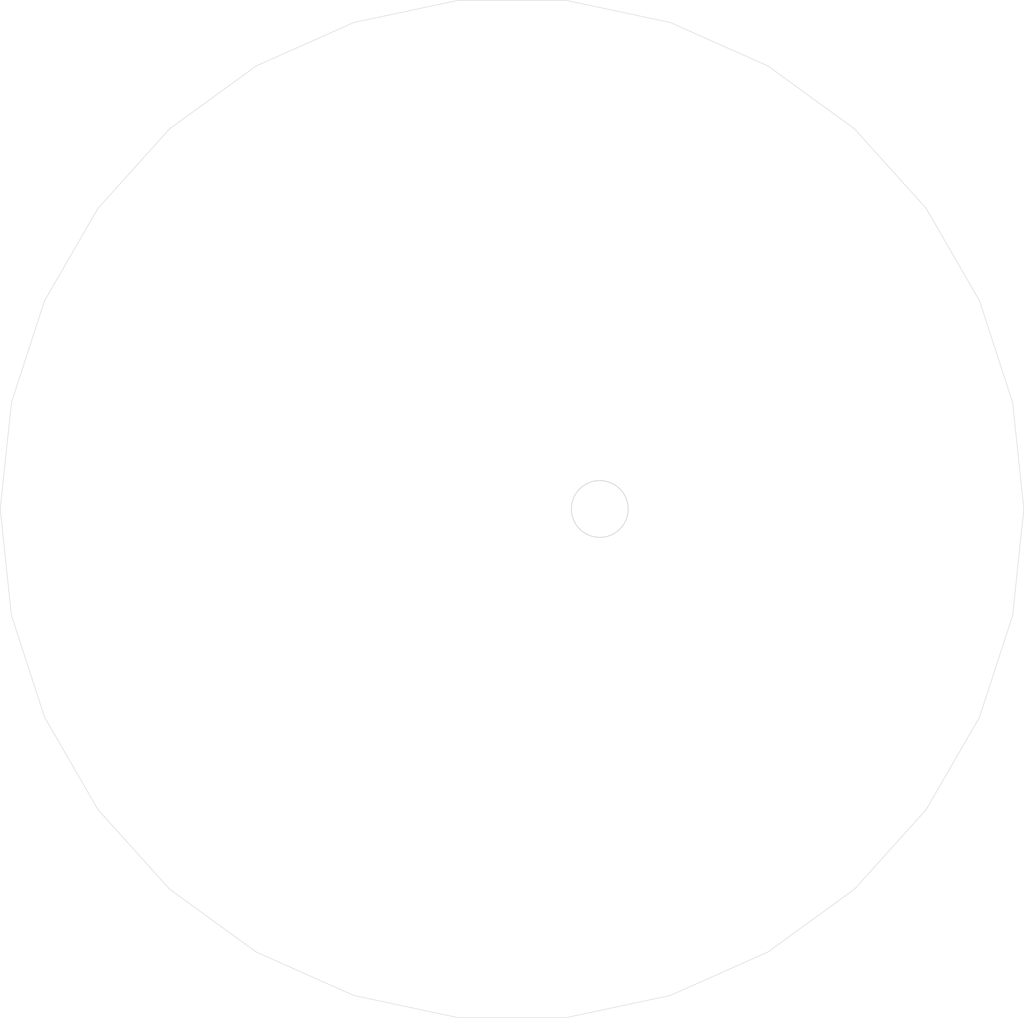
<source format=kicad_pcb>
(kicad_pcb (version 4) (host pcbnew 4.0.2-stable)

  (general
    (links 0)
    (no_connects 0)
    (area 44.968999 0.299999 255.069001 209.250001)
    (thickness 1.6)
    (drawings 313)
    (tracks 0)
    (zones 0)
    (modules 0)
    (nets 1)
  )

  (page A4)
  (layers
    (0 F.Cu signal)
    (31 B.Cu signal)
    (32 B.Adhes user)
    (33 F.Adhes user)
    (34 B.Paste user)
    (35 F.Paste user)
    (36 B.SilkS user)
    (37 F.SilkS user)
    (38 B.Mask user)
    (39 F.Mask user)
    (40 Dwgs.User user)
    (41 Cmts.User user)
    (42 Eco1.User user)
    (43 Eco2.User user)
    (44 Edge.Cuts user)
    (45 Margin user)
    (46 B.CrtYd user)
    (47 F.CrtYd user)
    (48 B.Fab user)
    (49 F.Fab user)
  )

  (setup
    (last_trace_width 0.25)
    (trace_clearance 0.2)
    (zone_clearance 0.508)
    (zone_45_only no)
    (trace_min 0.2)
    (segment_width 0.2)
    (edge_width 0.15)
    (via_size 0.6)
    (via_drill 0.4)
    (via_min_size 0.4)
    (via_min_drill 0.3)
    (uvia_size 0.3)
    (uvia_drill 0.1)
    (uvias_allowed no)
    (uvia_min_size 0.2)
    (uvia_min_drill 0.1)
    (pcb_text_width 0.3)
    (pcb_text_size 1.5 1.5)
    (mod_edge_width 0.15)
    (mod_text_size 1 1)
    (mod_text_width 0.15)
    (pad_size 1.524 1.524)
    (pad_drill 0.762)
    (pad_to_mask_clearance 0.2)
    (aux_axis_origin 0 0)
    (grid_origin 150.01875 104.775)
    (visible_elements FFFFFF7F)
    (pcbplotparams
      (layerselection 0x00030_80000001)
      (usegerberextensions false)
      (excludeedgelayer true)
      (linewidth 0.100000)
      (plotframeref false)
      (viasonmask false)
      (mode 1)
      (useauxorigin false)
      (hpglpennumber 1)
      (hpglpenspeed 20)
      (hpglpendiameter 15)
      (hpglpenoverlay 2)
      (psnegative false)
      (psa4output false)
      (plotreference true)
      (plotvalue true)
      (plotinvisibletext false)
      (padsonsilk false)
      (subtractmaskfromsilk false)
      (outputformat 1)
      (mirror false)
      (drillshape 1)
      (scaleselection 1)
      (outputdirectory ""))
  )

  (net 0 "")

  (net_class Default "This is the default net class."
    (clearance 0.2)
    (trace_width 0.25)
    (via_dia 0.6)
    (via_drill 0.4)
    (uvia_dia 0.3)
    (uvia_drill 0.1)
  )

  (gr_circle (center 168.01875 104.775) (end 171.01875 99.775) (layer Edge.Cuts) (width 0.15))
  (gr_line (start 123.769 20.775) (end 120.269 20.775) (layer Dwgs.User) (width 0.1))
  (gr_line (start 189.769 23.775) (end 186.269 23.775) (layer Dwgs.User) (width 0.1))
  (gr_line (start 123.769 68.775) (end 120.269 68.775) (layer Dwgs.User) (width 0.1))
  (gr_line (start 189.769 65.775) (end 186.269 65.775) (layer Dwgs.User) (width 0.1))
  (gr_line (start 221.769 79.275) (end 225.269 79.275) (layer Dwgs.User) (width 0.1))
  (gr_line (start 184.769 79.275) (end 188.269 79.275) (layer Dwgs.User) (width 0.1))
  (gr_line (start 113.269 86.275) (end 109.769 86.275) (layer Dwgs.User) (width 0.1))
  (gr_line (start 150.269 86.275) (end 146.769 86.275) (layer Dwgs.User) (width 0.1))
  (gr_line (start 221.769 116.275) (end 225.269 116.275) (layer Dwgs.User) (width 0.1))
  (gr_line (start 188.269 116.275) (end 184.769 116.275) (layer Dwgs.User) (width 0.1))
  (gr_line (start 180.269 134.275) (end 176.769 134.275) (layer Dwgs.User) (width 0.1))
  (gr_line (start 213.769 134.275) (end 217.269 134.275) (layer Dwgs.User) (width 0.1))
  (gr_line (start 113.269 123.275) (end 109.769 123.275) (layer Dwgs.User) (width 0.1))
  (gr_line (start 150.269 123.275) (end 146.769 123.275) (layer Dwgs.User) (width 0.1))
  (gr_line (start 112.769 140.625) (end 109.269 140.625) (layer Dwgs.User) (width 0.1))
  (gr_line (start 160.069 155.825) (end 163.569 155.825) (layer Dwgs.User) (width 0.1))
  (gr_line (start 96.662 72.899) (end 90.793 71.651) (layer Dwgs.User) (width 0.1))
  (gr_line (start 235.032 58.495) (end 229.551 56.055) (layer Dwgs.User) (width 0.1))
  (gr_line (start 165.008 5.1785) (end 162.612 6.452) (layer Dwgs.User) (width 0.1))
  (gr_line (start 164.8095 6.591) (end 162.857 4.706) (layer Dwgs.User) (width 0.1))
  (gr_line (start 249.985 87.619) (end 247.298 87.241) (layer Dwgs.User) (width 0.1))
  (gr_line (start 248.289 86.215) (end 248.76 88.887) (layer Dwgs.User) (width 0.1))
  (gr_line (start 233.452 54.6685) (end 231.131 59.8815) (layer Dwgs.User) (width 0.1))
  (gr_line (start 94.3205 69.484) (end 93.134 75.066) (layer Dwgs.User) (width 0.1))
  (gr_line (start 188.019 22.259) (end 188.019 25.291) (layer Dwgs.User) (width 0.1))
  (gr_line (start 122.019 19.259) (end 122.019 22.291) (layer Dwgs.User) (width 0.1))
  (gr_line (start 122.019 67.259) (end 122.019 70.291) (layer Dwgs.User) (width 0.1))
  (gr_line (start 111.519 84.759) (end 111.519 87.791) (layer Dwgs.User) (width 0.1))
  (gr_line (start 148.519 84.759) (end 148.519 87.791) (layer Dwgs.User) (width 0.1))
  (gr_line (start 188.019 64.259) (end 188.019 67.291) (layer Dwgs.User) (width 0.1))
  (gr_line (start 186.519 77.759) (end 186.519 80.791) (layer Dwgs.User) (width 0.1))
  (gr_line (start 223.519 77.759) (end 223.519 80.791) (layer Dwgs.User) (width 0.1))
  (gr_line (start 186.519 114.759) (end 186.519 117.791) (layer Dwgs.User) (width 0.1))
  (gr_line (start 223.519 114.759) (end 223.519 117.791) (layer Dwgs.User) (width 0.1))
  (gr_line (start 174.019 104.775) (end 162.101 104.775) (layer Dwgs.User) (width 0.1))
  (gr_line (start 168.508 98.877) (end 167.524 110.755) (layer Dwgs.User) (width 0.1))
  (gr_line (start 148.519 121.759) (end 148.519 124.791) (layer Dwgs.User) (width 0.1))
  (gr_line (start 111.519 121.759) (end 111.519 124.791) (layer Dwgs.User) (width 0.1))
  (gr_line (start 111.019 139.109) (end 111.019 142.141) (layer Dwgs.User) (width 0.1))
  (gr_line (start 161.819 154.309) (end 161.819 157.341) (layer Dwgs.User) (width 0.1))
  (gr_line (start 178.519 132.759) (end 178.519 135.791) (layer Dwgs.User) (width 0.1))
  (gr_line (start 215.519 132.759) (end 215.519 135.791) (layer Dwgs.User) (width 0.1))
  (gr_line (start 215.519 169.759) (end 215.519 172.791) (layer Dwgs.User) (width 0.1))
  (gr_line (start 217.269 171.275) (end 213.769 171.275) (layer Dwgs.User) (width 0.1))
  (gr_line (start 176.769 171.275) (end 180.269 171.275) (layer Dwgs.User) (width 0.1))
  (gr_line (start 178.519 169.759) (end 178.519 172.791) (layer Dwgs.User) (width 0.1))
  (gr_line (start 160.944 182.309) (end 162.694 185.341) (layer Dwgs.User) (width 0.1))
  (gr_line (start 163.1315 183.067) (end 160.5065 184.583) (layer Dwgs.User) (width 0.1))
  (gr_line (start 195.887 192.028) (end 197.8395 193.913) (layer Dwgs.User) (width 0.1))
  (gr_line (start 198.038 192.5005) (end 195.642 193.774) (layer Dwgs.User) (width 0.1))
  (gr_line (start 147.3055 198.8935) (end 152.7325 200.6565) (layer Dwgs.User) (width 0.1))
  (gr_line (start 150.946 196.922) (end 149.092 202.628) (layer Dwgs.User) (width 0.1))
  (gr_line (start 110.594 187.409) (end 108.844 190.441) (layer Dwgs.User) (width 0.1))
  (gr_line (start 108.844 187.409) (end 110.594 190.441) (layer Dwgs.User) (width 0.1))
  (gr_line (start 81.4265 177.552) (end 79.474 175.667) (layer Dwgs.User) (width 0.1))
  (gr_line (start 81.211 175.361) (end 80.0215 177.7995) (layer Dwgs.User) (width 0.1))
  (gr_line (start 61.211 60.3685) (end 58.815 61.642) (layer Dwgs.User) (width 0.1))
  (gr_line (start 59.061 59.896) (end 61.0125 61.781) (layer Dwgs.User) (width 0.1))
  (gr_line (start 248.76 88.887) (end 247.175 88.114) (layer Dwgs.User) (width 0.1))
  (gr_line (start 249.985 87.619) (end 248.76 88.887) (layer Dwgs.User) (width 0.1))
  (gr_line (start 249.157 86.062) (end 249.985 87.619) (layer Dwgs.User) (width 0.1))
  (gr_line (start 247.421 86.368) (end 249.157 86.062) (layer Dwgs.User) (width 0.1))
  (gr_line (start 247.175 88.114) (end 247.421 86.368) (layer Dwgs.User) (width 0.1))
  (gr_line (start 230.284 59.504) (end 229.357 57.899) (layer Dwgs.User) (width 0.1))
  (gr_line (start 231.978 60.259) (end 230.284 59.504) (layer Dwgs.User) (width 0.1))
  (gr_line (start 233.791 59.873) (end 231.978 60.259) (layer Dwgs.User) (width 0.1))
  (gr_line (start 235.032 58.495) (end 233.791 59.873) (layer Dwgs.User) (width 0.1))
  (gr_line (start 235.226 56.651) (end 235.032 58.495) (layer Dwgs.User) (width 0.1))
  (gr_line (start 234.299 55.046) (end 235.226 56.651) (layer Dwgs.User) (width 0.1))
  (gr_line (start 232.605 54.291) (end 234.299 55.046) (layer Dwgs.User) (width 0.1))
  (gr_line (start 230.791 54.677) (end 232.605 54.291) (layer Dwgs.User) (width 0.1))
  (gr_line (start 229.551 56.055) (end 230.791 54.677) (layer Dwgs.User) (width 0.1))
  (gr_line (start 229.357 57.899) (end 229.551 56.055) (layer Dwgs.User) (width 0.1))
  (gr_line (start 222.644 80.791) (end 221.769 79.275) (layer Dwgs.User) (width 0.1))
  (gr_line (start 224.394 80.791) (end 222.644 80.791) (layer Dwgs.User) (width 0.1))
  (gr_line (start 225.269 79.275) (end 224.394 80.791) (layer Dwgs.User) (width 0.1))
  (gr_line (start 224.394 77.759) (end 225.269 79.275) (layer Dwgs.User) (width 0.1))
  (gr_line (start 222.644 77.759) (end 224.394 77.759) (layer Dwgs.User) (width 0.1))
  (gr_line (start 221.769 79.275) (end 222.644 77.759) (layer Dwgs.User) (width 0.1))
  (gr_line (start 222.644 117.791) (end 221.769 116.275) (layer Dwgs.User) (width 0.1))
  (gr_line (start 224.394 117.791) (end 222.644 117.791) (layer Dwgs.User) (width 0.1))
  (gr_line (start 225.269 116.275) (end 224.394 117.791) (layer Dwgs.User) (width 0.1))
  (gr_line (start 224.394 114.759) (end 225.269 116.275) (layer Dwgs.User) (width 0.1))
  (gr_line (start 222.644 114.759) (end 224.394 114.759) (layer Dwgs.User) (width 0.1))
  (gr_line (start 221.769 116.275) (end 222.644 114.759) (layer Dwgs.User) (width 0.1))
  (gr_line (start 214.644 135.791) (end 213.769 134.275) (layer Dwgs.User) (width 0.1))
  (gr_line (start 216.394 135.791) (end 214.644 135.791) (layer Dwgs.User) (width 0.1))
  (gr_line (start 217.269 134.275) (end 216.394 135.791) (layer Dwgs.User) (width 0.1))
  (gr_line (start 216.394 132.759) (end 217.269 134.275) (layer Dwgs.User) (width 0.1))
  (gr_line (start 214.644 132.759) (end 216.394 132.759) (layer Dwgs.User) (width 0.1))
  (gr_line (start 213.769 134.275) (end 214.644 132.759) (layer Dwgs.User) (width 0.1))
  (gr_line (start 214.644 172.791) (end 213.769 171.275) (layer Dwgs.User) (width 0.1))
  (gr_line (start 216.394 172.791) (end 214.644 172.791) (layer Dwgs.User) (width 0.1))
  (gr_line (start 217.269 171.275) (end 216.394 172.791) (layer Dwgs.User) (width 0.1))
  (gr_line (start 216.394 169.759) (end 217.269 171.275) (layer Dwgs.User) (width 0.1))
  (gr_line (start 214.644 169.759) (end 216.394 169.759) (layer Dwgs.User) (width 0.1))
  (gr_line (start 213.769 171.275) (end 214.644 169.759) (layer Dwgs.User) (width 0.1))
  (gr_line (start 197.227 194.547) (end 195.642 193.774) (layer Dwgs.User) (width 0.1))
  (gr_line (start 198.452 193.279) (end 197.227 194.547) (layer Dwgs.User) (width 0.1))
  (gr_line (start 197.624 191.722) (end 198.452 193.279) (layer Dwgs.User) (width 0.1))
  (gr_line (start 195.887 192.028) (end 197.624 191.722) (layer Dwgs.User) (width 0.1))
  (gr_line (start 195.642 193.774) (end 195.887 192.028) (layer Dwgs.User) (width 0.1))
  (gr_line (start 187.144 25.291) (end 186.269 23.775) (layer Dwgs.User) (width 0.1))
  (gr_line (start 188.894 25.291) (end 187.144 25.291) (layer Dwgs.User) (width 0.1))
  (gr_line (start 189.769 23.775) (end 188.894 25.291) (layer Dwgs.User) (width 0.1))
  (gr_line (start 188.894 22.259) (end 189.769 23.775) (layer Dwgs.User) (width 0.1))
  (gr_line (start 187.144 22.259) (end 188.894 22.259) (layer Dwgs.User) (width 0.1))
  (gr_line (start 186.269 23.775) (end 187.144 22.259) (layer Dwgs.User) (width 0.1))
  (gr_line (start 187.144 67.291) (end 186.269 65.775) (layer Dwgs.User) (width 0.1))
  (gr_line (start 188.894 67.291) (end 187.144 67.291) (layer Dwgs.User) (width 0.1))
  (gr_line (start 189.769 65.775) (end 188.894 67.291) (layer Dwgs.User) (width 0.1))
  (gr_line (start 188.894 64.259) (end 189.769 65.775) (layer Dwgs.User) (width 0.1))
  (gr_line (start 187.144 64.259) (end 188.894 64.259) (layer Dwgs.User) (width 0.1))
  (gr_line (start 186.269 65.775) (end 187.144 64.259) (layer Dwgs.User) (width 0.1))
  (gr_line (start 185.644 80.791) (end 184.769 79.275) (layer Dwgs.User) (width 0.1))
  (gr_line (start 187.394 80.791) (end 185.644 80.791) (layer Dwgs.User) (width 0.1))
  (gr_line (start 188.269 79.275) (end 187.394 80.791) (layer Dwgs.User) (width 0.1))
  (gr_line (start 187.394 77.759) (end 188.269 79.275) (layer Dwgs.User) (width 0.1))
  (gr_line (start 185.644 77.759) (end 187.394 77.759) (layer Dwgs.User) (width 0.1))
  (gr_line (start 184.769 79.275) (end 185.644 77.759) (layer Dwgs.User) (width 0.1))
  (gr_line (start 185.644 117.791) (end 184.769 116.275) (layer Dwgs.User) (width 0.1))
  (gr_line (start 187.394 117.791) (end 185.644 117.791) (layer Dwgs.User) (width 0.1))
  (gr_line (start 188.269 116.275) (end 187.394 117.791) (layer Dwgs.User) (width 0.1))
  (gr_line (start 187.394 114.759) (end 188.269 116.275) (layer Dwgs.User) (width 0.1))
  (gr_line (start 185.644 114.759) (end 187.394 114.759) (layer Dwgs.User) (width 0.1))
  (gr_line (start 184.769 116.275) (end 185.644 114.759) (layer Dwgs.User) (width 0.1))
  (gr_line (start 177.644 135.791) (end 176.769 134.275) (layer Dwgs.User) (width 0.1))
  (gr_line (start 179.394 135.791) (end 177.644 135.791) (layer Dwgs.User) (width 0.1))
  (gr_line (start 180.269 134.275) (end 179.394 135.791) (layer Dwgs.User) (width 0.1))
  (gr_line (start 179.394 132.759) (end 180.269 134.275) (layer Dwgs.User) (width 0.1))
  (gr_line (start 177.644 132.759) (end 179.394 132.759) (layer Dwgs.User) (width 0.1))
  (gr_line (start 176.769 134.275) (end 177.644 132.759) (layer Dwgs.User) (width 0.1))
  (gr_line (start 177.644 172.791) (end 176.769 171.275) (layer Dwgs.User) (width 0.1))
  (gr_line (start 179.394 172.791) (end 177.644 172.791) (layer Dwgs.User) (width 0.1))
  (gr_line (start 180.269 171.275) (end 179.394 172.791) (layer Dwgs.User) (width 0.1))
  (gr_line (start 179.394 169.759) (end 180.269 171.275) (layer Dwgs.User) (width 0.1))
  (gr_line (start 177.644 169.759) (end 179.394 169.759) (layer Dwgs.User) (width 0.1))
  (gr_line (start 176.769 171.275) (end 177.644 169.759) (layer Dwgs.User) (width 0.1))
  (gr_line (start 164.197 7.225) (end 162.612 6.452) (layer Dwgs.User) (width 0.1))
  (gr_line (start 165.422 5.957) (end 164.197 7.225) (layer Dwgs.User) (width 0.1))
  (gr_line (start 164.594 4.4) (end 165.422 5.957) (layer Dwgs.User) (width 0.1))
  (gr_line (start 162.857 4.706) (end 164.594 4.4) (layer Dwgs.User) (width 0.1))
  (gr_line (start 162.612 6.452) (end 162.857 4.706) (layer Dwgs.User) (width 0.1))
  (gr_line (start 162.742 107.631) (end 162.101 105.763) (layer Dwgs.User) (width 0.1))
  (gr_line (start 163.955 109.189) (end 162.742 107.631) (layer Dwgs.User) (width 0.1))
  (gr_line (start 165.609 110.27) (end 163.955 109.189) (layer Dwgs.User) (width 0.1))
  (gr_line (start 167.524 110.755) (end 165.609 110.27) (layer Dwgs.User) (width 0.1))
  (gr_line (start 169.492 110.591) (end 167.524 110.755) (layer Dwgs.User) (width 0.1))
  (gr_line (start 171.301 109.798) (end 169.492 110.591) (layer Dwgs.User) (width 0.1))
  (gr_line (start 172.754 108.46) (end 171.301 109.798) (layer Dwgs.User) (width 0.1))
  (gr_line (start 173.694 106.723) (end 172.754 108.46) (layer Dwgs.User) (width 0.1))
  (gr_line (start 174.019 104.775) (end 173.694 106.723) (layer Dwgs.User) (width 0.1))
  (gr_line (start 173.694 102.827) (end 174.019 104.775) (layer Dwgs.User) (width 0.1))
  (gr_line (start 172.754 101.09) (end 173.694 102.827) (layer Dwgs.User) (width 0.1))
  (gr_line (start 171.301 99.752) (end 172.754 101.09) (layer Dwgs.User) (width 0.1))
  (gr_line (start 169.492 98.959) (end 171.301 99.752) (layer Dwgs.User) (width 0.1))
  (gr_line (start 167.524 98.795) (end 169.492 98.959) (layer Dwgs.User) (width 0.1))
  (gr_line (start 165.609 99.28) (end 167.524 98.795) (layer Dwgs.User) (width 0.1))
  (gr_line (start 163.955 100.361) (end 165.609 99.28) (layer Dwgs.User) (width 0.1))
  (gr_line (start 162.742 101.919) (end 163.955 100.361) (layer Dwgs.User) (width 0.1))
  (gr_line (start 162.101 103.787) (end 162.742 101.919) (layer Dwgs.User) (width 0.1))
  (gr_line (start 162.101 105.763) (end 162.101 103.787) (layer Dwgs.User) (width 0.1))
  (gr_line (start 160.944 157.341) (end 160.069 155.825) (layer Dwgs.User) (width 0.1))
  (gr_line (start 162.694 157.341) (end 160.944 157.341) (layer Dwgs.User) (width 0.1))
  (gr_line (start 163.569 155.825) (end 162.694 157.341) (layer Dwgs.User) (width 0.1))
  (gr_line (start 162.694 154.309) (end 163.569 155.825) (layer Dwgs.User) (width 0.1))
  (gr_line (start 160.944 154.309) (end 162.694 154.309) (layer Dwgs.User) (width 0.1))
  (gr_line (start 160.069 155.825) (end 160.944 154.309) (layer Dwgs.User) (width 0.1))
  (gr_line (start 160.944 185.341) (end 160.069 183.825) (layer Dwgs.User) (width 0.1))
  (gr_line (start 162.694 185.341) (end 160.944 185.341) (layer Dwgs.User) (width 0.1))
  (gr_line (start 163.569 183.825) (end 162.694 185.341) (layer Dwgs.User) (width 0.1))
  (gr_line (start 162.694 182.309) (end 163.569 183.825) (layer Dwgs.User) (width 0.1))
  (gr_line (start 160.944 182.309) (end 162.694 182.309) (layer Dwgs.User) (width 0.1))
  (gr_line (start 160.069 183.825) (end 160.944 182.309) (layer Dwgs.User) (width 0.1))
  (gr_line (start 147.592 201.538) (end 147.019 199.775) (layer Dwgs.User) (width 0.1))
  (gr_line (start 149.092 202.628) (end 147.592 201.538) (layer Dwgs.User) (width 0.1))
  (gr_line (start 150.946 202.628) (end 149.092 202.628) (layer Dwgs.User) (width 0.1))
  (gr_line (start 152.446 201.538) (end 150.946 202.628) (layer Dwgs.User) (width 0.1))
  (gr_line (start 153.019 199.775) (end 152.446 201.538) (layer Dwgs.User) (width 0.1))
  (gr_line (start 152.446 198.012) (end 153.019 199.775) (layer Dwgs.User) (width 0.1))
  (gr_line (start 150.946 196.922) (end 152.446 198.012) (layer Dwgs.User) (width 0.1))
  (gr_line (start 149.092 196.922) (end 150.946 196.922) (layer Dwgs.User) (width 0.1))
  (gr_line (start 147.592 198.012) (end 149.092 196.922) (layer Dwgs.User) (width 0.1))
  (gr_line (start 147.019 199.775) (end 147.592 198.012) (layer Dwgs.User) (width 0.1))
  (gr_line (start 147.644 87.791) (end 146.769 86.275) (layer Dwgs.User) (width 0.1))
  (gr_line (start 149.394 87.791) (end 147.644 87.791) (layer Dwgs.User) (width 0.1))
  (gr_line (start 150.269 86.275) (end 149.394 87.791) (layer Dwgs.User) (width 0.1))
  (gr_line (start 149.394 84.759) (end 150.269 86.275) (layer Dwgs.User) (width 0.1))
  (gr_line (start 147.644 84.759) (end 149.394 84.759) (layer Dwgs.User) (width 0.1))
  (gr_line (start 146.769 86.275) (end 147.644 84.759) (layer Dwgs.User) (width 0.1))
  (gr_line (start 147.644 124.791) (end 146.769 123.275) (layer Dwgs.User) (width 0.1))
  (gr_line (start 149.394 124.791) (end 147.644 124.791) (layer Dwgs.User) (width 0.1))
  (gr_line (start 150.269 123.275) (end 149.394 124.791) (layer Dwgs.User) (width 0.1))
  (gr_line (start 149.394 121.759) (end 150.269 123.275) (layer Dwgs.User) (width 0.1))
  (gr_line (start 147.644 121.759) (end 149.394 121.759) (layer Dwgs.User) (width 0.1))
  (gr_line (start 146.769 123.275) (end 147.644 121.759) (layer Dwgs.User) (width 0.1))
  (gr_line (start 121.144 22.291) (end 120.269 20.775) (layer Dwgs.User) (width 0.1))
  (gr_line (start 122.894 22.291) (end 121.144 22.291) (layer Dwgs.User) (width 0.1))
  (gr_line (start 123.769 20.775) (end 122.894 22.291) (layer Dwgs.User) (width 0.1))
  (gr_line (start 122.894 19.259) (end 123.769 20.775) (layer Dwgs.User) (width 0.1))
  (gr_line (start 121.144 19.259) (end 122.894 19.259) (layer Dwgs.User) (width 0.1))
  (gr_line (start 120.269 20.775) (end 121.144 19.259) (layer Dwgs.User) (width 0.1))
  (gr_line (start 121.144 70.291) (end 120.269 68.775) (layer Dwgs.User) (width 0.1))
  (gr_line (start 122.894 70.291) (end 121.144 70.291) (layer Dwgs.User) (width 0.1))
  (gr_line (start 123.769 68.775) (end 122.894 70.291) (layer Dwgs.User) (width 0.1))
  (gr_line (start 122.894 67.259) (end 123.769 68.775) (layer Dwgs.User) (width 0.1))
  (gr_line (start 121.144 67.259) (end 122.894 67.259) (layer Dwgs.User) (width 0.1))
  (gr_line (start 120.269 68.775) (end 121.144 67.259) (layer Dwgs.User) (width 0.1))
  (gr_line (start 110.644 87.791) (end 109.769 86.275) (layer Dwgs.User) (width 0.1))
  (gr_line (start 112.394 87.791) (end 110.644 87.791) (layer Dwgs.User) (width 0.1))
  (gr_line (start 113.269 86.275) (end 112.394 87.791) (layer Dwgs.User) (width 0.1))
  (gr_line (start 112.394 84.759) (end 113.269 86.275) (layer Dwgs.User) (width 0.1))
  (gr_line (start 110.644 84.759) (end 112.394 84.759) (layer Dwgs.User) (width 0.1))
  (gr_line (start 109.769 86.275) (end 110.644 84.759) (layer Dwgs.User) (width 0.1))
  (gr_line (start 110.644 124.791) (end 109.769 123.275) (layer Dwgs.User) (width 0.1))
  (gr_line (start 112.394 124.791) (end 110.644 124.791) (layer Dwgs.User) (width 0.1))
  (gr_line (start 113.269 123.275) (end 112.394 124.791) (layer Dwgs.User) (width 0.1))
  (gr_line (start 112.394 121.759) (end 113.269 123.275) (layer Dwgs.User) (width 0.1))
  (gr_line (start 110.644 121.759) (end 112.394 121.759) (layer Dwgs.User) (width 0.1))
  (gr_line (start 109.769 123.275) (end 110.644 121.759) (layer Dwgs.User) (width 0.1))
  (gr_line (start 110.144 142.141) (end 109.269 140.625) (layer Dwgs.User) (width 0.1))
  (gr_line (start 111.894 142.141) (end 110.144 142.141) (layer Dwgs.User) (width 0.1))
  (gr_line (start 112.769 140.625) (end 111.894 142.141) (layer Dwgs.User) (width 0.1))
  (gr_line (start 111.894 139.109) (end 112.769 140.625) (layer Dwgs.User) (width 0.1))
  (gr_line (start 110.144 139.109) (end 111.894 139.109) (layer Dwgs.User) (width 0.1))
  (gr_line (start 109.269 140.625) (end 110.144 139.109) (layer Dwgs.User) (width 0.1))
  (gr_line (start 108.844 190.441) (end 107.969 188.925) (layer Dwgs.User) (width 0.1))
  (gr_line (start 110.594 190.441) (end 108.844 190.441) (layer Dwgs.User) (width 0.1))
  (gr_line (start 111.469 188.925) (end 110.594 190.441) (layer Dwgs.User) (width 0.1))
  (gr_line (start 110.594 187.409) (end 111.469 188.925) (layer Dwgs.User) (width 0.1))
  (gr_line (start 108.844 187.409) (end 110.594 187.409) (layer Dwgs.User) (width 0.1))
  (gr_line (start 107.969 188.925) (end 108.844 187.409) (layer Dwgs.User) (width 0.1))
  (gr_line (start 90.987 73.495) (end 90.793 71.651) (layer Dwgs.User) (width 0.1))
  (gr_line (start 92.227 74.873) (end 90.987 73.495) (layer Dwgs.User) (width 0.1))
  (gr_line (start 94.041 75.259) (end 92.227 74.873) (layer Dwgs.User) (width 0.1))
  (gr_line (start 95.735 74.504) (end 94.041 75.259) (layer Dwgs.User) (width 0.1))
  (gr_line (start 96.662 72.899) (end 95.735 74.504) (layer Dwgs.User) (width 0.1))
  (gr_line (start 96.468 71.055) (end 96.662 72.899) (layer Dwgs.User) (width 0.1))
  (gr_line (start 95.227 69.677) (end 96.468 71.055) (layer Dwgs.User) (width 0.1))
  (gr_line (start 93.414 69.291) (end 95.227 69.677) (layer Dwgs.User) (width 0.1))
  (gr_line (start 91.72 70.046) (end 93.414 69.291) (layer Dwgs.User) (width 0.1))
  (gr_line (start 90.793 71.651) (end 91.72 70.046) (layer Dwgs.User) (width 0.1))
  (gr_line (start 80.814 178.186) (end 79.229 177.413) (layer Dwgs.User) (width 0.1))
  (gr_line (start 82.039 176.918) (end 80.814 178.186) (layer Dwgs.User) (width 0.1))
  (gr_line (start 81.211 175.361) (end 82.039 176.918) (layer Dwgs.User) (width 0.1))
  (gr_line (start 79.474 175.667) (end 81.211 175.361) (layer Dwgs.User) (width 0.1))
  (gr_line (start 79.229 177.413) (end 79.474 175.667) (layer Dwgs.User) (width 0.1))
  (gr_line (start 60.4 62.415) (end 58.815 61.642) (layer Dwgs.User) (width 0.1))
  (gr_line (start 61.625 61.147) (end 60.4 62.415) (layer Dwgs.User) (width 0.1))
  (gr_line (start 60.797 59.59) (end 61.625 61.147) (layer Dwgs.User) (width 0.1))
  (gr_line (start 59.061 59.896) (end 60.797 59.59) (layer Dwgs.User) (width 0.1))
  (gr_line (start 58.815 61.642) (end 59.061 59.896) (layer Dwgs.User) (width 0.1))
  (gr_line (start 47.314 126.606) (end 45.019 104.775) (layer Dwgs.User) (width 0.1))
  (gr_line (start 54.097 147.482) (end 47.314 126.606) (layer Dwgs.User) (width 0.1))
  (gr_line (start 65.072 166.492) (end 54.097 147.482) (layer Dwgs.User) (width 0.1))
  (gr_line (start 79.76 182.805) (end 65.072 166.492) (layer Dwgs.User) (width 0.1))
  (gr_line (start 97.519 195.708) (end 79.76 182.805) (layer Dwgs.User) (width 0.1))
  (gr_line (start 117.572 204.636) (end 97.519 195.708) (layer Dwgs.User) (width 0.1))
  (gr_line (start 139.044 209.2) (end 117.572 204.636) (layer Dwgs.User) (width 0.1))
  (gr_line (start 160.994 209.2) (end 139.044 209.2) (layer Dwgs.User) (width 0.1))
  (gr_line (start 182.466 204.636) (end 160.994 209.2) (layer Dwgs.User) (width 0.1))
  (gr_line (start 202.519 195.708) (end 182.466 204.636) (layer Dwgs.User) (width 0.1))
  (gr_line (start 220.278 182.805) (end 202.519 195.708) (layer Dwgs.User) (width 0.1))
  (gr_line (start 234.966 166.492) (end 220.278 182.805) (layer Dwgs.User) (width 0.1))
  (gr_line (start 245.941 147.482) (end 234.966 166.492) (layer Dwgs.User) (width 0.1))
  (gr_line (start 252.724 126.606) (end 245.941 147.482) (layer Dwgs.User) (width 0.1))
  (gr_line (start 255.019 104.775) (end 252.724 126.606) (layer Dwgs.User) (width 0.1))
  (gr_line (start 252.724 82.944) (end 255.019 104.775) (layer Dwgs.User) (width 0.1))
  (gr_line (start 245.941 62.068) (end 252.724 82.944) (layer Dwgs.User) (width 0.1))
  (gr_line (start 234.966 43.058) (end 245.941 62.068) (layer Dwgs.User) (width 0.1))
  (gr_line (start 220.278 26.745) (end 234.966 43.058) (layer Dwgs.User) (width 0.1))
  (gr_line (start 202.519 13.842) (end 220.278 26.745) (layer Dwgs.User) (width 0.1))
  (gr_line (start 182.466 4.914) (end 202.519 13.842) (layer Dwgs.User) (width 0.1))
  (gr_line (start 160.994 0.35) (end 182.466 4.914) (layer Dwgs.User) (width 0.1))
  (gr_line (start 139.044 0.35) (end 160.994 0.35) (layer Dwgs.User) (width 0.1))
  (gr_line (start 117.572 4.914) (end 139.044 0.35) (layer Dwgs.User) (width 0.1))
  (gr_line (start 97.519 13.842) (end 117.572 4.914) (layer Dwgs.User) (width 0.1))
  (gr_line (start 79.76 26.745) (end 97.519 13.842) (layer Dwgs.User) (width 0.1))
  (gr_line (start 65.072 43.058) (end 79.76 26.745) (layer Dwgs.User) (width 0.1))
  (gr_line (start 54.097 62.068) (end 65.072 43.058) (layer Dwgs.User) (width 0.1))
  (gr_line (start 47.314 82.944) (end 54.097 62.068) (layer Dwgs.User) (width 0.1))
  (gr_line (start 45.019 104.775) (end 47.314 82.944) (layer Dwgs.User) (width 0.1))
  (gr_line (start 47.314 126.606) (end 45.019 104.775) (layer Edge.Cuts) (width 0.1))
  (gr_line (start 54.097 147.482) (end 47.314 126.606) (layer Edge.Cuts) (width 0.1))
  (gr_line (start 65.072 166.492) (end 54.097 147.482) (layer Edge.Cuts) (width 0.1))
  (gr_line (start 79.76 182.805) (end 65.072 166.492) (layer Edge.Cuts) (width 0.1))
  (gr_line (start 97.519 195.708) (end 79.76 182.805) (layer Edge.Cuts) (width 0.1))
  (gr_line (start 117.572 204.636) (end 97.519 195.708) (layer Edge.Cuts) (width 0.1))
  (gr_line (start 139.044 209.2) (end 117.572 204.636) (layer Edge.Cuts) (width 0.1))
  (gr_line (start 160.994 209.2) (end 139.044 209.2) (layer Edge.Cuts) (width 0.1))
  (gr_line (start 182.466 204.636) (end 160.994 209.2) (layer Edge.Cuts) (width 0.1))
  (gr_line (start 202.519 195.708) (end 182.466 204.636) (layer Edge.Cuts) (width 0.1))
  (gr_line (start 220.278 182.805) (end 202.519 195.708) (layer Edge.Cuts) (width 0.1))
  (gr_line (start 234.966 166.492) (end 220.278 182.805) (layer Edge.Cuts) (width 0.1))
  (gr_line (start 245.941 147.482) (end 234.966 166.492) (layer Edge.Cuts) (width 0.1))
  (gr_line (start 252.724 126.606) (end 245.941 147.482) (layer Edge.Cuts) (width 0.1))
  (gr_line (start 255.019 104.775) (end 252.724 126.606) (layer Edge.Cuts) (width 0.1))
  (gr_line (start 252.724 82.944) (end 255.019 104.775) (layer Edge.Cuts) (width 0.1))
  (gr_line (start 245.941 62.068) (end 252.724 82.944) (layer Edge.Cuts) (width 0.1))
  (gr_line (start 234.966 43.058) (end 245.941 62.068) (layer Edge.Cuts) (width 0.1))
  (gr_line (start 220.278 26.745) (end 234.966 43.058) (layer Edge.Cuts) (width 0.1))
  (gr_line (start 202.519 13.842) (end 220.278 26.745) (layer Edge.Cuts) (width 0.1))
  (gr_line (start 182.466 4.914) (end 202.519 13.842) (layer Edge.Cuts) (width 0.1))
  (gr_line (start 160.994 0.35) (end 182.466 4.914) (layer Edge.Cuts) (width 0.1))
  (gr_line (start 139.044 0.35) (end 160.994 0.35) (layer Edge.Cuts) (width 0.1))
  (gr_line (start 117.572 4.914) (end 139.044 0.35) (layer Edge.Cuts) (width 0.1))
  (gr_line (start 97.519 13.842) (end 117.572 4.914) (layer Edge.Cuts) (width 0.1))
  (gr_line (start 79.76 26.745) (end 97.519 13.842) (layer Edge.Cuts) (width 0.1))
  (gr_line (start 65.072 43.058) (end 79.76 26.745) (layer Edge.Cuts) (width 0.1))
  (gr_line (start 54.097 62.068) (end 65.072 43.058) (layer Edge.Cuts) (width 0.1))
  (gr_line (start 47.314 82.944) (end 54.097 62.068) (layer Edge.Cuts) (width 0.1))
  (gr_line (start 45.019 104.775) (end 47.314 82.944) (layer Edge.Cuts) (width 0.1))

)

</source>
